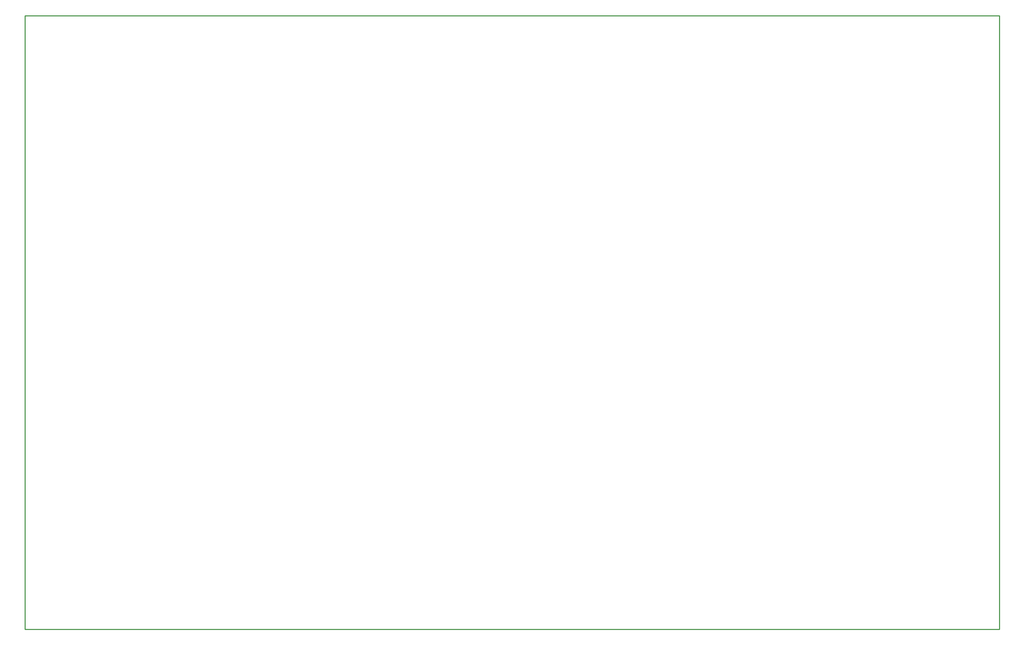
<source format=gbr>
G04 EAGLE Gerber RS-274X export*
G75*
%MOMM*%
%FSLAX34Y34*%
%LPD*%
%IN*%
%IPPOS*%
%AMOC8*
5,1,8,0,0,1.08239X$1,22.5*%
G01*
%ADD10C,0.254000*%


D10*
X-381000Y0D02*
X2031800Y0D01*
X2031800Y1520700D01*
X-381000Y1520700D01*
X-381000Y0D01*
M02*

</source>
